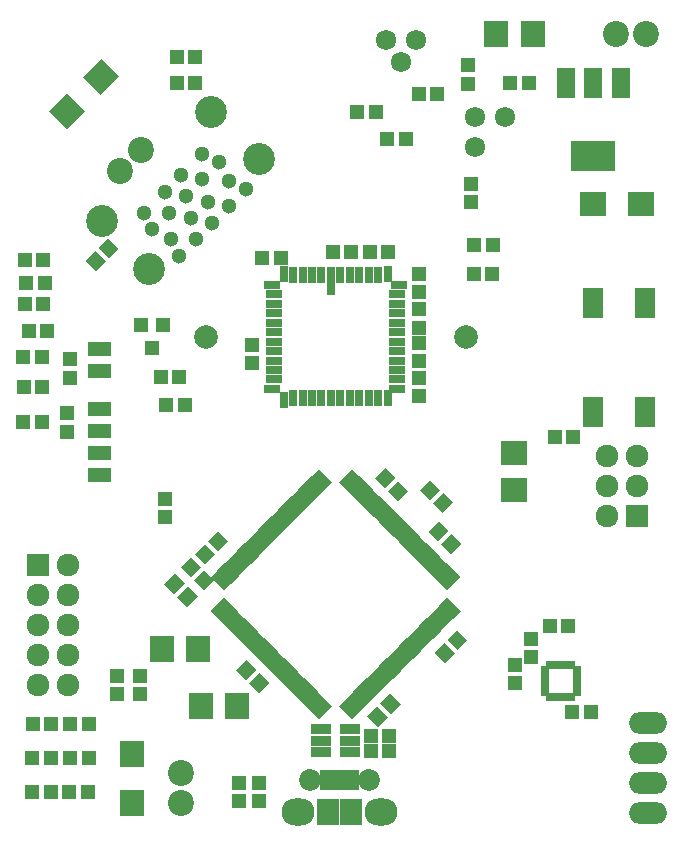
<source format=gts>
%FSLAX34Y34*%
G04 Gerber Fmt 3.4, Leading zero omitted, Abs format*
G04 (created by PCBNEW (2014-03-19 BZR 4756)-product) date Sat 09 Aug 2014 12:53:28 PM PDT*
%MOIN*%
G01*
G70*
G90*
G04 APERTURE LIST*
%ADD10C,0.005906*%
%ADD11R,0.031496X0.068898*%
%ADD12O,0.110236X0.090551*%
%ADD13R,0.074803X0.090551*%
%ADD14C,0.072835*%
%ADD15C,0.078740*%
%ADD16C,0.051181*%
%ADD17C,0.106299*%
%ADD18R,0.049764X0.046732*%
%ADD19R,0.078740X0.090551*%
%ADD20R,0.046732X0.049764*%
%ADD21R,0.090551X0.078740*%
%ADD22R,0.045827X0.047244*%
%ADD23R,0.031496X0.045276*%
%ADD24R,0.075748X0.075748*%
%ADD25C,0.075748*%
%ADD26R,0.031496X0.094488*%
%ADD27R,0.031496X0.055118*%
%ADD28R,0.055118X0.031496*%
%ADD29R,0.068110X0.037795*%
%ADD30R,0.149606X0.102362*%
%ADD31R,0.062992X0.102362*%
%ADD32O,0.127748X0.071748*%
%ADD33R,0.024016X0.029528*%
%ADD34R,0.029528X0.024016*%
%ADD35R,0.023622X0.029528*%
%ADD36R,0.086548X0.082648*%
%ADD37R,0.082648X0.086548*%
%ADD38R,0.066848X0.098348*%
%ADD39C,0.067748*%
%ADD40C,0.086614*%
G04 APERTURE END LIST*
G54D10*
G36*
X50636Y-34347D02*
X50052Y-33763D01*
X50664Y-33151D01*
X51248Y-33735D01*
X50636Y-34347D01*
X50636Y-34347D01*
G37*
G36*
X49495Y-35488D02*
X48911Y-34904D01*
X49523Y-34292D01*
X50107Y-34876D01*
X49495Y-35488D01*
X49495Y-35488D01*
G37*
G54D11*
X58846Y-57204D03*
G54D12*
X59968Y-58267D03*
X57212Y-58267D03*
G54D13*
X58196Y-58267D03*
X58984Y-58267D03*
G54D11*
X58078Y-57204D03*
X58334Y-57204D03*
X58590Y-57204D03*
X59102Y-57204D03*
G54D14*
X57606Y-57204D03*
X59574Y-57204D03*
G54D15*
X54133Y-42421D03*
X62795Y-42421D03*
G54D16*
X53243Y-39722D03*
X53800Y-39165D03*
X54357Y-38609D03*
X54913Y-38052D03*
X55470Y-37495D03*
X54913Y-37217D03*
X54218Y-37913D03*
X53661Y-38469D03*
X52965Y-39165D03*
G54D17*
X54321Y-34914D03*
X50663Y-38572D03*
X52244Y-40154D03*
X55902Y-36496D03*
G54D16*
X52074Y-38275D03*
X52770Y-37579D03*
X53327Y-37022D03*
X54023Y-36326D03*
X54579Y-36604D03*
X54023Y-37161D03*
X53466Y-37718D03*
X52909Y-38275D03*
X52352Y-38831D03*
G54D18*
X52775Y-47819D03*
X52775Y-48430D03*
G54D19*
X63819Y-32320D03*
X65040Y-32320D03*
G54D18*
X55669Y-43297D03*
X55669Y-42687D03*
G54D20*
X56633Y-39783D03*
X56023Y-39783D03*
X58366Y-39606D03*
X58976Y-39606D03*
G54D19*
X52667Y-52824D03*
X53887Y-52824D03*
G54D18*
X62990Y-37324D03*
X62990Y-37935D03*
X49500Y-44964D03*
X49500Y-45575D03*
X61259Y-40324D03*
X61259Y-40935D03*
X61259Y-41505D03*
X61259Y-42116D03*
X61259Y-42608D03*
X61259Y-43218D03*
G54D20*
X48054Y-45250D03*
X48665Y-45250D03*
G54D19*
X55187Y-54714D03*
X53966Y-54714D03*
G54D20*
X48244Y-42220D03*
X48855Y-42220D03*
G54D10*
G36*
X60283Y-54305D02*
X60635Y-54657D01*
X60305Y-54987D01*
X59953Y-54635D01*
X60283Y-54305D01*
X60283Y-54305D01*
G37*
G36*
X59852Y-54736D02*
X60204Y-55088D01*
X59873Y-55419D01*
X59521Y-55067D01*
X59852Y-54736D01*
X59852Y-54736D01*
G37*
G36*
X54535Y-48891D02*
X54887Y-49243D01*
X54557Y-49574D01*
X54205Y-49222D01*
X54535Y-48891D01*
X54535Y-48891D01*
G37*
G36*
X54104Y-49323D02*
X54456Y-49675D01*
X54125Y-50005D01*
X53773Y-49653D01*
X54104Y-49323D01*
X54104Y-49323D01*
G37*
G36*
X56265Y-53945D02*
X55913Y-54297D01*
X55583Y-53966D01*
X55935Y-53614D01*
X56265Y-53945D01*
X56265Y-53945D01*
G37*
G36*
X55834Y-53513D02*
X55482Y-53865D01*
X55151Y-53535D01*
X55503Y-53183D01*
X55834Y-53513D01*
X55834Y-53513D01*
G37*
G36*
X62508Y-52189D02*
X62860Y-52541D01*
X62529Y-52871D01*
X62177Y-52519D01*
X62508Y-52189D01*
X62508Y-52189D01*
G37*
G36*
X62076Y-52620D02*
X62428Y-52972D01*
X62098Y-53302D01*
X61746Y-52951D01*
X62076Y-52620D01*
X62076Y-52620D01*
G37*
G36*
X62663Y-49319D02*
X62311Y-49671D01*
X61980Y-49340D01*
X62332Y-48988D01*
X62663Y-49319D01*
X62663Y-49319D01*
G37*
G36*
X62231Y-48887D02*
X61879Y-49239D01*
X61549Y-48909D01*
X61901Y-48557D01*
X62231Y-48887D01*
X62231Y-48887D01*
G37*
G54D21*
X64421Y-47519D03*
X64421Y-46299D03*
G54D10*
G36*
X59777Y-47137D02*
X60129Y-46785D01*
X60460Y-47116D01*
X60108Y-47467D01*
X59777Y-47137D01*
X59777Y-47137D01*
G37*
G36*
X60209Y-47568D02*
X60561Y-47217D01*
X60891Y-47547D01*
X60539Y-47899D01*
X60209Y-47568D01*
X60209Y-47568D01*
G37*
G54D20*
X53167Y-33960D03*
X53777Y-33960D03*
G54D22*
X52350Y-42781D03*
X52727Y-42018D03*
X51972Y-42018D03*
G54D20*
X48685Y-44090D03*
X48074Y-44090D03*
X48726Y-41338D03*
X48116Y-41338D03*
X50196Y-57600D03*
X49586Y-57600D03*
G54D18*
X55232Y-57887D03*
X55232Y-57277D03*
G54D20*
X53171Y-33090D03*
X53781Y-33090D03*
X48159Y-40633D03*
X48769Y-40633D03*
X48096Y-39842D03*
X48706Y-39842D03*
G54D18*
X62870Y-33364D03*
X62870Y-33975D03*
G54D20*
X53246Y-43771D03*
X52635Y-43771D03*
X64294Y-33960D03*
X64905Y-33960D03*
X63695Y-39360D03*
X63084Y-39360D03*
G54D18*
X51176Y-53711D03*
X51176Y-54321D03*
X51951Y-53715D03*
X51951Y-54325D03*
G54D20*
X66354Y-54940D03*
X66965Y-54940D03*
X66210Y-52047D03*
X65600Y-52047D03*
G54D18*
X64990Y-53095D03*
X64990Y-52484D03*
X64429Y-53356D03*
X64429Y-53966D03*
G54D20*
X60242Y-56216D03*
X59631Y-56216D03*
X63080Y-40314D03*
X63690Y-40314D03*
G54D10*
G36*
X62387Y-47941D02*
X62035Y-48293D01*
X61705Y-47962D01*
X62057Y-47610D01*
X62387Y-47941D01*
X62387Y-47941D01*
G37*
G36*
X61956Y-47509D02*
X61604Y-47861D01*
X61273Y-47531D01*
X61625Y-47179D01*
X61956Y-47509D01*
X61956Y-47509D01*
G37*
G54D23*
X50855Y-46275D03*
X50600Y-46275D03*
X50344Y-46275D03*
X50344Y-47024D03*
X50600Y-47024D03*
X50855Y-47024D03*
X50344Y-45564D03*
X50600Y-45564D03*
X50855Y-45564D03*
X50855Y-44815D03*
X50600Y-44815D03*
X50344Y-44815D03*
X50855Y-42825D03*
X50600Y-42825D03*
X50344Y-42825D03*
X50344Y-43574D03*
X50600Y-43574D03*
X50855Y-43574D03*
G54D20*
X48357Y-56442D03*
X48968Y-56442D03*
X48373Y-55308D03*
X48983Y-55308D03*
X48357Y-57600D03*
X48968Y-57600D03*
G54D24*
X68500Y-48400D03*
G54D25*
X67500Y-48400D03*
X68500Y-47400D03*
X67500Y-47400D03*
X68500Y-46400D03*
X67500Y-46400D03*
G54D20*
X59805Y-34940D03*
X59194Y-34940D03*
X60795Y-35820D03*
X60184Y-35820D03*
G54D10*
G36*
X52750Y-50661D02*
X53102Y-50309D01*
X53432Y-50639D01*
X53080Y-50991D01*
X52750Y-50661D01*
X52750Y-50661D01*
G37*
G36*
X53181Y-51092D02*
X53533Y-50740D01*
X53864Y-51071D01*
X53512Y-51423D01*
X53181Y-51092D01*
X53181Y-51092D01*
G37*
G36*
X53301Y-50109D02*
X53653Y-49758D01*
X53983Y-50088D01*
X53631Y-50440D01*
X53301Y-50109D01*
X53301Y-50109D01*
G37*
G36*
X53732Y-50541D02*
X54084Y-50189D01*
X54415Y-50519D01*
X54063Y-50871D01*
X53732Y-50541D01*
X53732Y-50541D01*
G37*
G54D18*
X61259Y-43789D03*
X61259Y-44399D03*
G54D10*
G36*
X50878Y-39124D02*
X51230Y-39476D01*
X50899Y-39806D01*
X50547Y-39454D01*
X50878Y-39124D01*
X50878Y-39124D01*
G37*
G36*
X50446Y-39555D02*
X50798Y-39907D01*
X50468Y-40238D01*
X50116Y-39886D01*
X50446Y-39555D01*
X50446Y-39555D01*
G37*
G54D20*
X53430Y-44700D03*
X52819Y-44700D03*
X48665Y-43090D03*
X48054Y-43090D03*
X50235Y-56442D03*
X49625Y-56442D03*
X50231Y-55312D03*
X49621Y-55312D03*
G54D18*
X55901Y-57887D03*
X55901Y-57277D03*
G54D20*
X61244Y-34320D03*
X61855Y-34320D03*
G54D18*
X49600Y-43164D03*
X49600Y-43775D03*
G54D20*
X59616Y-39606D03*
X60226Y-39606D03*
X59639Y-55732D03*
X60250Y-55732D03*
X66375Y-45760D03*
X65764Y-45760D03*
G54D26*
X58307Y-40564D03*
G54D27*
X57992Y-40368D03*
X57677Y-40368D03*
X57362Y-40368D03*
X57047Y-40368D03*
X56732Y-40316D03*
G54D28*
X56360Y-40688D03*
X56411Y-41003D03*
X56411Y-41318D03*
X56411Y-41633D03*
X56411Y-41948D03*
X56411Y-42263D03*
X56411Y-42578D03*
X56411Y-42893D03*
X56411Y-43208D03*
X56411Y-43523D03*
X56411Y-43838D03*
X56360Y-44153D03*
G54D27*
X56732Y-44525D03*
X57047Y-44474D03*
X57362Y-44474D03*
X57677Y-44474D03*
X57992Y-44474D03*
X58307Y-44474D03*
X58622Y-44474D03*
X58937Y-44474D03*
X59251Y-44474D03*
X59566Y-44474D03*
X59881Y-44474D03*
X60196Y-44474D03*
G54D28*
X60517Y-44153D03*
X60517Y-43838D03*
X60517Y-43523D03*
X60517Y-43208D03*
X60517Y-42893D03*
X60517Y-42578D03*
X60517Y-42263D03*
X60517Y-41948D03*
X60517Y-41633D03*
X60517Y-41318D03*
X60517Y-41003D03*
X60568Y-40688D03*
G54D27*
X60196Y-40316D03*
X59881Y-40368D03*
X59566Y-40368D03*
X59251Y-40368D03*
X58937Y-40368D03*
X58622Y-40368D03*
G54D10*
G36*
X57636Y-47082D02*
X57903Y-46815D01*
X58346Y-47259D01*
X58079Y-47526D01*
X57636Y-47082D01*
X57636Y-47082D01*
G37*
G36*
X57413Y-47305D02*
X57680Y-47038D01*
X58124Y-47481D01*
X57857Y-47748D01*
X57413Y-47305D01*
X57413Y-47305D01*
G37*
G36*
X57190Y-47527D02*
X57457Y-47260D01*
X57901Y-47704D01*
X57634Y-47971D01*
X57190Y-47527D01*
X57190Y-47527D01*
G37*
G36*
X56967Y-47750D02*
X57234Y-47483D01*
X57678Y-47927D01*
X57411Y-48194D01*
X56967Y-47750D01*
X56967Y-47750D01*
G37*
G36*
X56745Y-47973D02*
X57012Y-47706D01*
X57455Y-48150D01*
X57188Y-48417D01*
X56745Y-47973D01*
X56745Y-47973D01*
G37*
G36*
X56522Y-48196D02*
X56789Y-47929D01*
X57233Y-48372D01*
X56966Y-48639D01*
X56522Y-48196D01*
X56522Y-48196D01*
G37*
G36*
X56299Y-48418D02*
X56566Y-48151D01*
X57010Y-48595D01*
X56743Y-48862D01*
X56299Y-48418D01*
X56299Y-48418D01*
G37*
G36*
X56077Y-48641D02*
X56343Y-48374D01*
X56787Y-48818D01*
X56520Y-49085D01*
X56077Y-48641D01*
X56077Y-48641D01*
G37*
G36*
X55855Y-48863D02*
X56121Y-48596D01*
X56565Y-49040D01*
X56298Y-49307D01*
X55855Y-48863D01*
X55855Y-48863D01*
G37*
G36*
X55632Y-49086D02*
X55899Y-48819D01*
X56342Y-49263D01*
X56075Y-49530D01*
X55632Y-49086D01*
X55632Y-49086D01*
G37*
G36*
X55409Y-49309D02*
X55676Y-49042D01*
X56120Y-49485D01*
X55853Y-49752D01*
X55409Y-49309D01*
X55409Y-49309D01*
G37*
G36*
X55186Y-49531D02*
X55453Y-49264D01*
X55897Y-49708D01*
X55630Y-49975D01*
X55186Y-49531D01*
X55186Y-49531D01*
G37*
G36*
X54964Y-49754D02*
X55230Y-49487D01*
X55674Y-49931D01*
X55407Y-50198D01*
X54964Y-49754D01*
X54964Y-49754D01*
G37*
G36*
X54741Y-49977D02*
X55008Y-49710D01*
X55451Y-50154D01*
X55185Y-50421D01*
X54741Y-49977D01*
X54741Y-49977D01*
G37*
G36*
X54518Y-50200D02*
X54785Y-49933D01*
X55229Y-50376D01*
X54962Y-50643D01*
X54518Y-50200D01*
X54518Y-50200D01*
G37*
G36*
X54295Y-50422D02*
X54562Y-50155D01*
X55006Y-50599D01*
X54739Y-50866D01*
X54295Y-50422D01*
X54295Y-50422D01*
G37*
G36*
X54295Y-51545D02*
X54739Y-51101D01*
X55006Y-51368D01*
X54562Y-51812D01*
X54295Y-51545D01*
X54295Y-51545D01*
G37*
G36*
X54518Y-51768D02*
X54962Y-51324D01*
X55229Y-51591D01*
X54785Y-52035D01*
X54518Y-51768D01*
X54518Y-51768D01*
G37*
G36*
X54741Y-51991D02*
X55185Y-51547D01*
X55451Y-51814D01*
X55008Y-52258D01*
X54741Y-51991D01*
X54741Y-51991D01*
G37*
G36*
X54964Y-52213D02*
X55407Y-51770D01*
X55674Y-52037D01*
X55230Y-52480D01*
X54964Y-52213D01*
X54964Y-52213D01*
G37*
G36*
X55186Y-52436D02*
X55630Y-51992D01*
X55897Y-52259D01*
X55453Y-52703D01*
X55186Y-52436D01*
X55186Y-52436D01*
G37*
G36*
X55409Y-52659D02*
X55853Y-52215D01*
X56120Y-52482D01*
X55676Y-52926D01*
X55409Y-52659D01*
X55409Y-52659D01*
G37*
G36*
X55632Y-52882D02*
X56075Y-52438D01*
X56342Y-52705D01*
X55899Y-53149D01*
X55632Y-52882D01*
X55632Y-52882D01*
G37*
G36*
X55855Y-53104D02*
X56298Y-52661D01*
X56565Y-52928D01*
X56121Y-53371D01*
X55855Y-53104D01*
X55855Y-53104D01*
G37*
G36*
X56077Y-53326D02*
X56520Y-52883D01*
X56787Y-53150D01*
X56343Y-53593D01*
X56077Y-53326D01*
X56077Y-53326D01*
G37*
G36*
X56299Y-53549D02*
X56743Y-53105D01*
X57010Y-53372D01*
X56566Y-53816D01*
X56299Y-53549D01*
X56299Y-53549D01*
G37*
G36*
X56522Y-53772D02*
X56966Y-53328D01*
X57233Y-53595D01*
X56789Y-54039D01*
X56522Y-53772D01*
X56522Y-53772D01*
G37*
G36*
X56745Y-53995D02*
X57188Y-53551D01*
X57455Y-53818D01*
X57012Y-54262D01*
X56745Y-53995D01*
X56745Y-53995D01*
G37*
G36*
X56967Y-54217D02*
X57411Y-53774D01*
X57678Y-54041D01*
X57234Y-54484D01*
X56967Y-54217D01*
X56967Y-54217D01*
G37*
G36*
X57190Y-54440D02*
X57634Y-53996D01*
X57901Y-54263D01*
X57457Y-54707D01*
X57190Y-54440D01*
X57190Y-54440D01*
G37*
G36*
X57413Y-54663D02*
X57857Y-54219D01*
X58124Y-54486D01*
X57680Y-54930D01*
X57413Y-54663D01*
X57413Y-54663D01*
G37*
G36*
X57636Y-54886D02*
X58079Y-54442D01*
X58346Y-54709D01*
X57903Y-55152D01*
X57636Y-54886D01*
X57636Y-54886D01*
G37*
G36*
X58582Y-54709D02*
X58849Y-54442D01*
X59292Y-54886D01*
X59026Y-55152D01*
X58582Y-54709D01*
X58582Y-54709D01*
G37*
G36*
X58805Y-54486D02*
X59071Y-54219D01*
X59515Y-54663D01*
X59248Y-54930D01*
X58805Y-54486D01*
X58805Y-54486D01*
G37*
G36*
X59027Y-54263D02*
X59294Y-53996D01*
X59738Y-54440D01*
X59471Y-54707D01*
X59027Y-54263D01*
X59027Y-54263D01*
G37*
G36*
X59250Y-54041D02*
X59517Y-53774D01*
X59961Y-54217D01*
X59694Y-54484D01*
X59250Y-54041D01*
X59250Y-54041D01*
G37*
G36*
X59473Y-53818D02*
X59740Y-53551D01*
X60183Y-53995D01*
X59916Y-54262D01*
X59473Y-53818D01*
X59473Y-53818D01*
G37*
G36*
X59696Y-53595D02*
X59962Y-53328D01*
X60406Y-53772D01*
X60139Y-54039D01*
X59696Y-53595D01*
X59696Y-53595D01*
G37*
G36*
X59918Y-53372D02*
X60185Y-53105D01*
X60629Y-53549D01*
X60362Y-53816D01*
X59918Y-53372D01*
X59918Y-53372D01*
G37*
G36*
X60141Y-53150D02*
X60408Y-52883D01*
X60852Y-53326D01*
X60585Y-53593D01*
X60141Y-53150D01*
X60141Y-53150D01*
G37*
G36*
X60363Y-52928D02*
X60630Y-52661D01*
X61074Y-53104D01*
X60807Y-53371D01*
X60363Y-52928D01*
X60363Y-52928D01*
G37*
G36*
X60586Y-52705D02*
X60853Y-52438D01*
X61296Y-52882D01*
X61029Y-53149D01*
X60586Y-52705D01*
X60586Y-52705D01*
G37*
G36*
X60808Y-52482D02*
X61075Y-52215D01*
X61519Y-52659D01*
X61252Y-52926D01*
X60808Y-52482D01*
X60808Y-52482D01*
G37*
G36*
X61031Y-52259D02*
X61298Y-51992D01*
X61742Y-52436D01*
X61475Y-52703D01*
X61031Y-52259D01*
X61031Y-52259D01*
G37*
G36*
X61254Y-52037D02*
X61521Y-51770D01*
X61965Y-52213D01*
X61698Y-52480D01*
X61254Y-52037D01*
X61254Y-52037D01*
G37*
G36*
X61477Y-51814D02*
X61744Y-51547D01*
X62187Y-51991D01*
X61920Y-52258D01*
X61477Y-51814D01*
X61477Y-51814D01*
G37*
G36*
X61699Y-51591D02*
X61966Y-51324D01*
X62410Y-51768D01*
X62143Y-52035D01*
X61699Y-51591D01*
X61699Y-51591D01*
G37*
G36*
X61922Y-51368D02*
X62189Y-51101D01*
X62633Y-51545D01*
X62366Y-51812D01*
X61922Y-51368D01*
X61922Y-51368D01*
G37*
G36*
X61922Y-50599D02*
X62366Y-50155D01*
X62633Y-50422D01*
X62189Y-50866D01*
X61922Y-50599D01*
X61922Y-50599D01*
G37*
G36*
X61699Y-50376D02*
X62143Y-49933D01*
X62410Y-50200D01*
X61966Y-50643D01*
X61699Y-50376D01*
X61699Y-50376D01*
G37*
G36*
X61477Y-50154D02*
X61920Y-49710D01*
X62187Y-49977D01*
X61744Y-50421D01*
X61477Y-50154D01*
X61477Y-50154D01*
G37*
G36*
X61254Y-49931D02*
X61698Y-49487D01*
X61965Y-49754D01*
X61521Y-50198D01*
X61254Y-49931D01*
X61254Y-49931D01*
G37*
G36*
X61031Y-49708D02*
X61475Y-49264D01*
X61742Y-49531D01*
X61298Y-49975D01*
X61031Y-49708D01*
X61031Y-49708D01*
G37*
G36*
X60808Y-49485D02*
X61252Y-49042D01*
X61519Y-49309D01*
X61075Y-49752D01*
X60808Y-49485D01*
X60808Y-49485D01*
G37*
G36*
X60586Y-49263D02*
X61029Y-48819D01*
X61296Y-49086D01*
X60853Y-49530D01*
X60586Y-49263D01*
X60586Y-49263D01*
G37*
G36*
X60363Y-49040D02*
X60807Y-48596D01*
X61074Y-48863D01*
X60630Y-49307D01*
X60363Y-49040D01*
X60363Y-49040D01*
G37*
G36*
X60141Y-48818D02*
X60585Y-48374D01*
X60852Y-48641D01*
X60408Y-49085D01*
X60141Y-48818D01*
X60141Y-48818D01*
G37*
G36*
X59918Y-48595D02*
X60362Y-48151D01*
X60629Y-48418D01*
X60185Y-48862D01*
X59918Y-48595D01*
X59918Y-48595D01*
G37*
G36*
X59696Y-48372D02*
X60139Y-47929D01*
X60406Y-48196D01*
X59962Y-48639D01*
X59696Y-48372D01*
X59696Y-48372D01*
G37*
G36*
X59473Y-48150D02*
X59916Y-47706D01*
X60183Y-47973D01*
X59740Y-48417D01*
X59473Y-48150D01*
X59473Y-48150D01*
G37*
G36*
X59250Y-47927D02*
X59694Y-47483D01*
X59961Y-47750D01*
X59517Y-48194D01*
X59250Y-47927D01*
X59250Y-47927D01*
G37*
G36*
X59027Y-47704D02*
X59471Y-47260D01*
X59738Y-47527D01*
X59294Y-47971D01*
X59027Y-47704D01*
X59027Y-47704D01*
G37*
G36*
X58805Y-47481D02*
X59248Y-47038D01*
X59515Y-47305D01*
X59071Y-47748D01*
X58805Y-47481D01*
X58805Y-47481D01*
G37*
G36*
X58582Y-47259D02*
X59026Y-46815D01*
X59292Y-47082D01*
X58849Y-47526D01*
X58582Y-47259D01*
X58582Y-47259D01*
G37*
G54D29*
X57984Y-55881D03*
X58929Y-55881D03*
X58929Y-56255D03*
X57984Y-55507D03*
X57984Y-56255D03*
X58929Y-55507D03*
G54D30*
X67060Y-36400D03*
G54D31*
X67965Y-33959D03*
X67060Y-33959D03*
X66154Y-33959D03*
G54D32*
X68877Y-58281D03*
X68877Y-57281D03*
X68877Y-56281D03*
X68877Y-55281D03*
G54D24*
X48550Y-50020D03*
G54D25*
X49550Y-50020D03*
X48550Y-51020D03*
X49550Y-51020D03*
X48550Y-52020D03*
X49550Y-52020D03*
X48550Y-53020D03*
X49550Y-53020D03*
X48550Y-54020D03*
X49550Y-54020D03*
G54D33*
X66358Y-53366D03*
X66200Y-53366D03*
X66043Y-53366D03*
X65885Y-53366D03*
X65728Y-53366D03*
X65570Y-53366D03*
G54D34*
X65433Y-53503D03*
X65433Y-53661D03*
X65433Y-53818D03*
X65433Y-53976D03*
X65433Y-54133D03*
X65433Y-54291D03*
G54D35*
X65570Y-54429D03*
G54D33*
X65728Y-54429D03*
X65885Y-54429D03*
X66043Y-54429D03*
X66200Y-54429D03*
X66358Y-54429D03*
G54D34*
X66496Y-54291D03*
X66496Y-54133D03*
X66496Y-53976D03*
X66496Y-53818D03*
X66496Y-53661D03*
X66496Y-53503D03*
G54D36*
X67043Y-38000D03*
X68657Y-38000D03*
G54D37*
X51673Y-56338D03*
X51673Y-57952D03*
G54D38*
X67036Y-41296D03*
X67036Y-44911D03*
X68767Y-41296D03*
X68767Y-44911D03*
G54D39*
X60150Y-32520D03*
X60650Y-33270D03*
X61150Y-32520D03*
X64120Y-35100D03*
X63120Y-35100D03*
X63120Y-36100D03*
G54D40*
X68810Y-32330D03*
X67810Y-32330D03*
X51983Y-36177D03*
X51276Y-36885D03*
X53311Y-57968D03*
X53311Y-56968D03*
M02*

</source>
